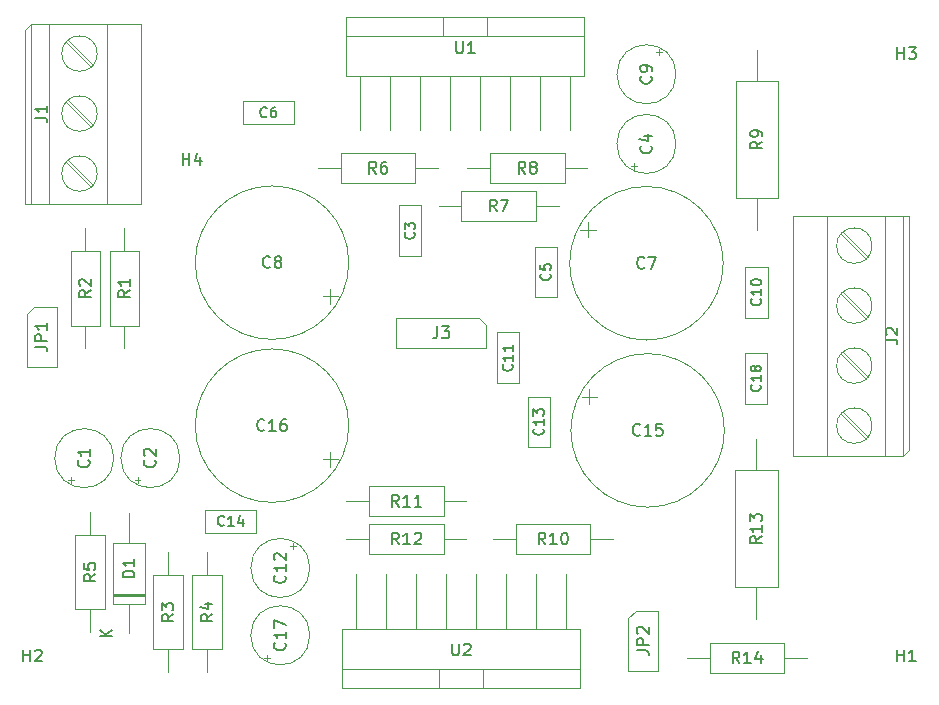
<source format=gbr>
%TF.GenerationSoftware,KiCad,Pcbnew,7.0.10-7.0.10~ubuntu22.04.1*%
%TF.CreationDate,2024-02-04T21:18:26-05:00*%
%TF.ProjectId,TDA7294,54444137-3239-4342-9e6b-696361645f70,v1.0.0*%
%TF.SameCoordinates,PX6146580PY3dfd240*%
%TF.FileFunction,AssemblyDrawing,Top*%
%FSLAX46Y46*%
G04 Gerber Fmt 4.6, Leading zero omitted, Abs format (unit mm)*
G04 Created by KiCad (PCBNEW 7.0.10-7.0.10~ubuntu22.04.1) date 2024-02-04 21:18:26*
%MOMM*%
%LPD*%
G01*
G04 APERTURE LIST*
%ADD10C,0.150000*%
%ADD11C,0.129000*%
%ADD12C,0.100000*%
G04 APERTURE END LIST*
D10*
X13259580Y-42916666D02*
X13307200Y-42964285D01*
X13307200Y-42964285D02*
X13354819Y-43107142D01*
X13354819Y-43107142D02*
X13354819Y-43202380D01*
X13354819Y-43202380D02*
X13307200Y-43345237D01*
X13307200Y-43345237D02*
X13211961Y-43440475D01*
X13211961Y-43440475D02*
X13116723Y-43488094D01*
X13116723Y-43488094D02*
X12926247Y-43535713D01*
X12926247Y-43535713D02*
X12783390Y-43535713D01*
X12783390Y-43535713D02*
X12592914Y-43488094D01*
X12592914Y-43488094D02*
X12497676Y-43440475D01*
X12497676Y-43440475D02*
X12402438Y-43345237D01*
X12402438Y-43345237D02*
X12354819Y-43202380D01*
X12354819Y-43202380D02*
X12354819Y-43107142D01*
X12354819Y-43107142D02*
X12402438Y-42964285D01*
X12402438Y-42964285D02*
X12450057Y-42916666D01*
X13354819Y-41964285D02*
X13354819Y-42535713D01*
X13354819Y-42249999D02*
X12354819Y-42249999D01*
X12354819Y-42249999D02*
X12497676Y-42345237D01*
X12497676Y-42345237D02*
X12592914Y-42440475D01*
X12592914Y-42440475D02*
X12640533Y-42535713D01*
X18859580Y-42916666D02*
X18907200Y-42964285D01*
X18907200Y-42964285D02*
X18954819Y-43107142D01*
X18954819Y-43107142D02*
X18954819Y-43202380D01*
X18954819Y-43202380D02*
X18907200Y-43345237D01*
X18907200Y-43345237D02*
X18811961Y-43440475D01*
X18811961Y-43440475D02*
X18716723Y-43488094D01*
X18716723Y-43488094D02*
X18526247Y-43535713D01*
X18526247Y-43535713D02*
X18383390Y-43535713D01*
X18383390Y-43535713D02*
X18192914Y-43488094D01*
X18192914Y-43488094D02*
X18097676Y-43440475D01*
X18097676Y-43440475D02*
X18002438Y-43345237D01*
X18002438Y-43345237D02*
X17954819Y-43202380D01*
X17954819Y-43202380D02*
X17954819Y-43107142D01*
X17954819Y-43107142D02*
X18002438Y-42964285D01*
X18002438Y-42964285D02*
X18050057Y-42916666D01*
X18050057Y-42535713D02*
X18002438Y-42488094D01*
X18002438Y-42488094D02*
X17954819Y-42392856D01*
X17954819Y-42392856D02*
X17954819Y-42154761D01*
X17954819Y-42154761D02*
X18002438Y-42059523D01*
X18002438Y-42059523D02*
X18050057Y-42011904D01*
X18050057Y-42011904D02*
X18145295Y-41964285D01*
X18145295Y-41964285D02*
X18240533Y-41964285D01*
X18240533Y-41964285D02*
X18383390Y-42011904D01*
X18383390Y-42011904D02*
X18954819Y-42583332D01*
X18954819Y-42583332D02*
X18954819Y-41964285D01*
D11*
X40809240Y-23643333D02*
X40850193Y-23684285D01*
X40850193Y-23684285D02*
X40891145Y-23807143D01*
X40891145Y-23807143D02*
X40891145Y-23889047D01*
X40891145Y-23889047D02*
X40850193Y-24011904D01*
X40850193Y-24011904D02*
X40768288Y-24093809D01*
X40768288Y-24093809D02*
X40686383Y-24134762D01*
X40686383Y-24134762D02*
X40522573Y-24175714D01*
X40522573Y-24175714D02*
X40399716Y-24175714D01*
X40399716Y-24175714D02*
X40235907Y-24134762D01*
X40235907Y-24134762D02*
X40154002Y-24093809D01*
X40154002Y-24093809D02*
X40072097Y-24011904D01*
X40072097Y-24011904D02*
X40031145Y-23889047D01*
X40031145Y-23889047D02*
X40031145Y-23807143D01*
X40031145Y-23807143D02*
X40072097Y-23684285D01*
X40072097Y-23684285D02*
X40113050Y-23643333D01*
X40031145Y-23356666D02*
X40031145Y-22824285D01*
X40031145Y-22824285D02*
X40358764Y-23110952D01*
X40358764Y-23110952D02*
X40358764Y-22988095D01*
X40358764Y-22988095D02*
X40399716Y-22906190D01*
X40399716Y-22906190D02*
X40440669Y-22865238D01*
X40440669Y-22865238D02*
X40522573Y-22824285D01*
X40522573Y-22824285D02*
X40727335Y-22824285D01*
X40727335Y-22824285D02*
X40809240Y-22865238D01*
X40809240Y-22865238D02*
X40850193Y-22906190D01*
X40850193Y-22906190D02*
X40891145Y-22988095D01*
X40891145Y-22988095D02*
X40891145Y-23233809D01*
X40891145Y-23233809D02*
X40850193Y-23315714D01*
X40850193Y-23315714D02*
X40809240Y-23356666D01*
D10*
X60859580Y-16316666D02*
X60907200Y-16364285D01*
X60907200Y-16364285D02*
X60954819Y-16507142D01*
X60954819Y-16507142D02*
X60954819Y-16602380D01*
X60954819Y-16602380D02*
X60907200Y-16745237D01*
X60907200Y-16745237D02*
X60811961Y-16840475D01*
X60811961Y-16840475D02*
X60716723Y-16888094D01*
X60716723Y-16888094D02*
X60526247Y-16935713D01*
X60526247Y-16935713D02*
X60383390Y-16935713D01*
X60383390Y-16935713D02*
X60192914Y-16888094D01*
X60192914Y-16888094D02*
X60097676Y-16840475D01*
X60097676Y-16840475D02*
X60002438Y-16745237D01*
X60002438Y-16745237D02*
X59954819Y-16602380D01*
X59954819Y-16602380D02*
X59954819Y-16507142D01*
X59954819Y-16507142D02*
X60002438Y-16364285D01*
X60002438Y-16364285D02*
X60050057Y-16316666D01*
X60288152Y-15459523D02*
X60954819Y-15459523D01*
X59907200Y-15697618D02*
X60621485Y-15935713D01*
X60621485Y-15935713D02*
X60621485Y-15316666D01*
D11*
X52309240Y-27143333D02*
X52350193Y-27184285D01*
X52350193Y-27184285D02*
X52391145Y-27307143D01*
X52391145Y-27307143D02*
X52391145Y-27389047D01*
X52391145Y-27389047D02*
X52350193Y-27511904D01*
X52350193Y-27511904D02*
X52268288Y-27593809D01*
X52268288Y-27593809D02*
X52186383Y-27634762D01*
X52186383Y-27634762D02*
X52022573Y-27675714D01*
X52022573Y-27675714D02*
X51899716Y-27675714D01*
X51899716Y-27675714D02*
X51735907Y-27634762D01*
X51735907Y-27634762D02*
X51654002Y-27593809D01*
X51654002Y-27593809D02*
X51572097Y-27511904D01*
X51572097Y-27511904D02*
X51531145Y-27389047D01*
X51531145Y-27389047D02*
X51531145Y-27307143D01*
X51531145Y-27307143D02*
X51572097Y-27184285D01*
X51572097Y-27184285D02*
X51613050Y-27143333D01*
X51531145Y-26365238D02*
X51531145Y-26774762D01*
X51531145Y-26774762D02*
X51940669Y-26815714D01*
X51940669Y-26815714D02*
X51899716Y-26774762D01*
X51899716Y-26774762D02*
X51858764Y-26692857D01*
X51858764Y-26692857D02*
X51858764Y-26488095D01*
X51858764Y-26488095D02*
X51899716Y-26406190D01*
X51899716Y-26406190D02*
X51940669Y-26365238D01*
X51940669Y-26365238D02*
X52022573Y-26324285D01*
X52022573Y-26324285D02*
X52227335Y-26324285D01*
X52227335Y-26324285D02*
X52309240Y-26365238D01*
X52309240Y-26365238D02*
X52350193Y-26406190D01*
X52350193Y-26406190D02*
X52391145Y-26488095D01*
X52391145Y-26488095D02*
X52391145Y-26692857D01*
X52391145Y-26692857D02*
X52350193Y-26774762D01*
X52350193Y-26774762D02*
X52309240Y-26815714D01*
X28356666Y-13809240D02*
X28315714Y-13850193D01*
X28315714Y-13850193D02*
X28192856Y-13891145D01*
X28192856Y-13891145D02*
X28110952Y-13891145D01*
X28110952Y-13891145D02*
X27988095Y-13850193D01*
X27988095Y-13850193D02*
X27906190Y-13768288D01*
X27906190Y-13768288D02*
X27865237Y-13686383D01*
X27865237Y-13686383D02*
X27824285Y-13522573D01*
X27824285Y-13522573D02*
X27824285Y-13399716D01*
X27824285Y-13399716D02*
X27865237Y-13235907D01*
X27865237Y-13235907D02*
X27906190Y-13154002D01*
X27906190Y-13154002D02*
X27988095Y-13072097D01*
X27988095Y-13072097D02*
X28110952Y-13031145D01*
X28110952Y-13031145D02*
X28192856Y-13031145D01*
X28192856Y-13031145D02*
X28315714Y-13072097D01*
X28315714Y-13072097D02*
X28356666Y-13113050D01*
X29093809Y-13031145D02*
X28929999Y-13031145D01*
X28929999Y-13031145D02*
X28848095Y-13072097D01*
X28848095Y-13072097D02*
X28807142Y-13113050D01*
X28807142Y-13113050D02*
X28725237Y-13235907D01*
X28725237Y-13235907D02*
X28684285Y-13399716D01*
X28684285Y-13399716D02*
X28684285Y-13727335D01*
X28684285Y-13727335D02*
X28725237Y-13809240D01*
X28725237Y-13809240D02*
X28766190Y-13850193D01*
X28766190Y-13850193D02*
X28848095Y-13891145D01*
X28848095Y-13891145D02*
X29011904Y-13891145D01*
X29011904Y-13891145D02*
X29093809Y-13850193D01*
X29093809Y-13850193D02*
X29134761Y-13809240D01*
X29134761Y-13809240D02*
X29175714Y-13727335D01*
X29175714Y-13727335D02*
X29175714Y-13522573D01*
X29175714Y-13522573D02*
X29134761Y-13440669D01*
X29134761Y-13440669D02*
X29093809Y-13399716D01*
X29093809Y-13399716D02*
X29011904Y-13358764D01*
X29011904Y-13358764D02*
X28848095Y-13358764D01*
X28848095Y-13358764D02*
X28766190Y-13399716D01*
X28766190Y-13399716D02*
X28725237Y-13440669D01*
X28725237Y-13440669D02*
X28684285Y-13522573D01*
D10*
X60333333Y-26609580D02*
X60285714Y-26657200D01*
X60285714Y-26657200D02*
X60142857Y-26704819D01*
X60142857Y-26704819D02*
X60047619Y-26704819D01*
X60047619Y-26704819D02*
X59904762Y-26657200D01*
X59904762Y-26657200D02*
X59809524Y-26561961D01*
X59809524Y-26561961D02*
X59761905Y-26466723D01*
X59761905Y-26466723D02*
X59714286Y-26276247D01*
X59714286Y-26276247D02*
X59714286Y-26133390D01*
X59714286Y-26133390D02*
X59761905Y-25942914D01*
X59761905Y-25942914D02*
X59809524Y-25847676D01*
X59809524Y-25847676D02*
X59904762Y-25752438D01*
X59904762Y-25752438D02*
X60047619Y-25704819D01*
X60047619Y-25704819D02*
X60142857Y-25704819D01*
X60142857Y-25704819D02*
X60285714Y-25752438D01*
X60285714Y-25752438D02*
X60333333Y-25800057D01*
X60666667Y-25704819D02*
X61333333Y-25704819D01*
X61333333Y-25704819D02*
X60904762Y-26704819D01*
X28633333Y-26559580D02*
X28585714Y-26607200D01*
X28585714Y-26607200D02*
X28442857Y-26654819D01*
X28442857Y-26654819D02*
X28347619Y-26654819D01*
X28347619Y-26654819D02*
X28204762Y-26607200D01*
X28204762Y-26607200D02*
X28109524Y-26511961D01*
X28109524Y-26511961D02*
X28061905Y-26416723D01*
X28061905Y-26416723D02*
X28014286Y-26226247D01*
X28014286Y-26226247D02*
X28014286Y-26083390D01*
X28014286Y-26083390D02*
X28061905Y-25892914D01*
X28061905Y-25892914D02*
X28109524Y-25797676D01*
X28109524Y-25797676D02*
X28204762Y-25702438D01*
X28204762Y-25702438D02*
X28347619Y-25654819D01*
X28347619Y-25654819D02*
X28442857Y-25654819D01*
X28442857Y-25654819D02*
X28585714Y-25702438D01*
X28585714Y-25702438D02*
X28633333Y-25750057D01*
X29204762Y-26083390D02*
X29109524Y-26035771D01*
X29109524Y-26035771D02*
X29061905Y-25988152D01*
X29061905Y-25988152D02*
X29014286Y-25892914D01*
X29014286Y-25892914D02*
X29014286Y-25845295D01*
X29014286Y-25845295D02*
X29061905Y-25750057D01*
X29061905Y-25750057D02*
X29109524Y-25702438D01*
X29109524Y-25702438D02*
X29204762Y-25654819D01*
X29204762Y-25654819D02*
X29395238Y-25654819D01*
X29395238Y-25654819D02*
X29490476Y-25702438D01*
X29490476Y-25702438D02*
X29538095Y-25750057D01*
X29538095Y-25750057D02*
X29585714Y-25845295D01*
X29585714Y-25845295D02*
X29585714Y-25892914D01*
X29585714Y-25892914D02*
X29538095Y-25988152D01*
X29538095Y-25988152D02*
X29490476Y-26035771D01*
X29490476Y-26035771D02*
X29395238Y-26083390D01*
X29395238Y-26083390D02*
X29204762Y-26083390D01*
X29204762Y-26083390D02*
X29109524Y-26131009D01*
X29109524Y-26131009D02*
X29061905Y-26178628D01*
X29061905Y-26178628D02*
X29014286Y-26273866D01*
X29014286Y-26273866D02*
X29014286Y-26464342D01*
X29014286Y-26464342D02*
X29061905Y-26559580D01*
X29061905Y-26559580D02*
X29109524Y-26607200D01*
X29109524Y-26607200D02*
X29204762Y-26654819D01*
X29204762Y-26654819D02*
X29395238Y-26654819D01*
X29395238Y-26654819D02*
X29490476Y-26607200D01*
X29490476Y-26607200D02*
X29538095Y-26559580D01*
X29538095Y-26559580D02*
X29585714Y-26464342D01*
X29585714Y-26464342D02*
X29585714Y-26273866D01*
X29585714Y-26273866D02*
X29538095Y-26178628D01*
X29538095Y-26178628D02*
X29490476Y-26131009D01*
X29490476Y-26131009D02*
X29395238Y-26083390D01*
X60859580Y-10416666D02*
X60907200Y-10464285D01*
X60907200Y-10464285D02*
X60954819Y-10607142D01*
X60954819Y-10607142D02*
X60954819Y-10702380D01*
X60954819Y-10702380D02*
X60907200Y-10845237D01*
X60907200Y-10845237D02*
X60811961Y-10940475D01*
X60811961Y-10940475D02*
X60716723Y-10988094D01*
X60716723Y-10988094D02*
X60526247Y-11035713D01*
X60526247Y-11035713D02*
X60383390Y-11035713D01*
X60383390Y-11035713D02*
X60192914Y-10988094D01*
X60192914Y-10988094D02*
X60097676Y-10940475D01*
X60097676Y-10940475D02*
X60002438Y-10845237D01*
X60002438Y-10845237D02*
X59954819Y-10702380D01*
X59954819Y-10702380D02*
X59954819Y-10607142D01*
X59954819Y-10607142D02*
X60002438Y-10464285D01*
X60002438Y-10464285D02*
X60050057Y-10416666D01*
X60954819Y-9940475D02*
X60954819Y-9749999D01*
X60954819Y-9749999D02*
X60907200Y-9654761D01*
X60907200Y-9654761D02*
X60859580Y-9607142D01*
X60859580Y-9607142D02*
X60716723Y-9511904D01*
X60716723Y-9511904D02*
X60526247Y-9464285D01*
X60526247Y-9464285D02*
X60145295Y-9464285D01*
X60145295Y-9464285D02*
X60050057Y-9511904D01*
X60050057Y-9511904D02*
X60002438Y-9559523D01*
X60002438Y-9559523D02*
X59954819Y-9654761D01*
X59954819Y-9654761D02*
X59954819Y-9845237D01*
X59954819Y-9845237D02*
X60002438Y-9940475D01*
X60002438Y-9940475D02*
X60050057Y-9988094D01*
X60050057Y-9988094D02*
X60145295Y-10035713D01*
X60145295Y-10035713D02*
X60383390Y-10035713D01*
X60383390Y-10035713D02*
X60478628Y-9988094D01*
X60478628Y-9988094D02*
X60526247Y-9940475D01*
X60526247Y-9940475D02*
X60573866Y-9845237D01*
X60573866Y-9845237D02*
X60573866Y-9654761D01*
X60573866Y-9654761D02*
X60526247Y-9559523D01*
X60526247Y-9559523D02*
X60478628Y-9511904D01*
X60478628Y-9511904D02*
X60383390Y-9464285D01*
D11*
X70119240Y-29252857D02*
X70160193Y-29293809D01*
X70160193Y-29293809D02*
X70201145Y-29416667D01*
X70201145Y-29416667D02*
X70201145Y-29498571D01*
X70201145Y-29498571D02*
X70160193Y-29621428D01*
X70160193Y-29621428D02*
X70078288Y-29703333D01*
X70078288Y-29703333D02*
X69996383Y-29744286D01*
X69996383Y-29744286D02*
X69832573Y-29785238D01*
X69832573Y-29785238D02*
X69709716Y-29785238D01*
X69709716Y-29785238D02*
X69545907Y-29744286D01*
X69545907Y-29744286D02*
X69464002Y-29703333D01*
X69464002Y-29703333D02*
X69382097Y-29621428D01*
X69382097Y-29621428D02*
X69341145Y-29498571D01*
X69341145Y-29498571D02*
X69341145Y-29416667D01*
X69341145Y-29416667D02*
X69382097Y-29293809D01*
X69382097Y-29293809D02*
X69423050Y-29252857D01*
X70201145Y-28433809D02*
X70201145Y-28925238D01*
X70201145Y-28679524D02*
X69341145Y-28679524D01*
X69341145Y-28679524D02*
X69464002Y-28761428D01*
X69464002Y-28761428D02*
X69545907Y-28843333D01*
X69545907Y-28843333D02*
X69586859Y-28925238D01*
X69341145Y-27901428D02*
X69341145Y-27819523D01*
X69341145Y-27819523D02*
X69382097Y-27737619D01*
X69382097Y-27737619D02*
X69423050Y-27696666D01*
X69423050Y-27696666D02*
X69504954Y-27655714D01*
X69504954Y-27655714D02*
X69668764Y-27614761D01*
X69668764Y-27614761D02*
X69873526Y-27614761D01*
X69873526Y-27614761D02*
X70037335Y-27655714D01*
X70037335Y-27655714D02*
X70119240Y-27696666D01*
X70119240Y-27696666D02*
X70160193Y-27737619D01*
X70160193Y-27737619D02*
X70201145Y-27819523D01*
X70201145Y-27819523D02*
X70201145Y-27901428D01*
X70201145Y-27901428D02*
X70160193Y-27983333D01*
X70160193Y-27983333D02*
X70119240Y-28024285D01*
X70119240Y-28024285D02*
X70037335Y-28065238D01*
X70037335Y-28065238D02*
X69873526Y-28106190D01*
X69873526Y-28106190D02*
X69668764Y-28106190D01*
X69668764Y-28106190D02*
X69504954Y-28065238D01*
X69504954Y-28065238D02*
X69423050Y-28024285D01*
X69423050Y-28024285D02*
X69382097Y-27983333D01*
X69382097Y-27983333D02*
X69341145Y-27901428D01*
X49099240Y-34812857D02*
X49140193Y-34853809D01*
X49140193Y-34853809D02*
X49181145Y-34976667D01*
X49181145Y-34976667D02*
X49181145Y-35058571D01*
X49181145Y-35058571D02*
X49140193Y-35181428D01*
X49140193Y-35181428D02*
X49058288Y-35263333D01*
X49058288Y-35263333D02*
X48976383Y-35304286D01*
X48976383Y-35304286D02*
X48812573Y-35345238D01*
X48812573Y-35345238D02*
X48689716Y-35345238D01*
X48689716Y-35345238D02*
X48525907Y-35304286D01*
X48525907Y-35304286D02*
X48444002Y-35263333D01*
X48444002Y-35263333D02*
X48362097Y-35181428D01*
X48362097Y-35181428D02*
X48321145Y-35058571D01*
X48321145Y-35058571D02*
X48321145Y-34976667D01*
X48321145Y-34976667D02*
X48362097Y-34853809D01*
X48362097Y-34853809D02*
X48403050Y-34812857D01*
X49181145Y-33993809D02*
X49181145Y-34485238D01*
X49181145Y-34239524D02*
X48321145Y-34239524D01*
X48321145Y-34239524D02*
X48444002Y-34321428D01*
X48444002Y-34321428D02*
X48525907Y-34403333D01*
X48525907Y-34403333D02*
X48566859Y-34485238D01*
X49181145Y-33174761D02*
X49181145Y-33666190D01*
X49181145Y-33420476D02*
X48321145Y-33420476D01*
X48321145Y-33420476D02*
X48444002Y-33502380D01*
X48444002Y-33502380D02*
X48525907Y-33584285D01*
X48525907Y-33584285D02*
X48566859Y-33666190D01*
D10*
X29859580Y-52692857D02*
X29907200Y-52740476D01*
X29907200Y-52740476D02*
X29954819Y-52883333D01*
X29954819Y-52883333D02*
X29954819Y-52978571D01*
X29954819Y-52978571D02*
X29907200Y-53121428D01*
X29907200Y-53121428D02*
X29811961Y-53216666D01*
X29811961Y-53216666D02*
X29716723Y-53264285D01*
X29716723Y-53264285D02*
X29526247Y-53311904D01*
X29526247Y-53311904D02*
X29383390Y-53311904D01*
X29383390Y-53311904D02*
X29192914Y-53264285D01*
X29192914Y-53264285D02*
X29097676Y-53216666D01*
X29097676Y-53216666D02*
X29002438Y-53121428D01*
X29002438Y-53121428D02*
X28954819Y-52978571D01*
X28954819Y-52978571D02*
X28954819Y-52883333D01*
X28954819Y-52883333D02*
X29002438Y-52740476D01*
X29002438Y-52740476D02*
X29050057Y-52692857D01*
X29954819Y-51740476D02*
X29954819Y-52311904D01*
X29954819Y-52026190D02*
X28954819Y-52026190D01*
X28954819Y-52026190D02*
X29097676Y-52121428D01*
X29097676Y-52121428D02*
X29192914Y-52216666D01*
X29192914Y-52216666D02*
X29240533Y-52311904D01*
X29050057Y-51359523D02*
X29002438Y-51311904D01*
X29002438Y-51311904D02*
X28954819Y-51216666D01*
X28954819Y-51216666D02*
X28954819Y-50978571D01*
X28954819Y-50978571D02*
X29002438Y-50883333D01*
X29002438Y-50883333D02*
X29050057Y-50835714D01*
X29050057Y-50835714D02*
X29145295Y-50788095D01*
X29145295Y-50788095D02*
X29240533Y-50788095D01*
X29240533Y-50788095D02*
X29383390Y-50835714D01*
X29383390Y-50835714D02*
X29954819Y-51407142D01*
X29954819Y-51407142D02*
X29954819Y-50788095D01*
D11*
X51709240Y-40252857D02*
X51750193Y-40293809D01*
X51750193Y-40293809D02*
X51791145Y-40416667D01*
X51791145Y-40416667D02*
X51791145Y-40498571D01*
X51791145Y-40498571D02*
X51750193Y-40621428D01*
X51750193Y-40621428D02*
X51668288Y-40703333D01*
X51668288Y-40703333D02*
X51586383Y-40744286D01*
X51586383Y-40744286D02*
X51422573Y-40785238D01*
X51422573Y-40785238D02*
X51299716Y-40785238D01*
X51299716Y-40785238D02*
X51135907Y-40744286D01*
X51135907Y-40744286D02*
X51054002Y-40703333D01*
X51054002Y-40703333D02*
X50972097Y-40621428D01*
X50972097Y-40621428D02*
X50931145Y-40498571D01*
X50931145Y-40498571D02*
X50931145Y-40416667D01*
X50931145Y-40416667D02*
X50972097Y-40293809D01*
X50972097Y-40293809D02*
X51013050Y-40252857D01*
X51791145Y-39433809D02*
X51791145Y-39925238D01*
X51791145Y-39679524D02*
X50931145Y-39679524D01*
X50931145Y-39679524D02*
X51054002Y-39761428D01*
X51054002Y-39761428D02*
X51135907Y-39843333D01*
X51135907Y-39843333D02*
X51176859Y-39925238D01*
X50931145Y-39147142D02*
X50931145Y-38614761D01*
X50931145Y-38614761D02*
X51258764Y-38901428D01*
X51258764Y-38901428D02*
X51258764Y-38778571D01*
X51258764Y-38778571D02*
X51299716Y-38696666D01*
X51299716Y-38696666D02*
X51340669Y-38655714D01*
X51340669Y-38655714D02*
X51422573Y-38614761D01*
X51422573Y-38614761D02*
X51627335Y-38614761D01*
X51627335Y-38614761D02*
X51709240Y-38655714D01*
X51709240Y-38655714D02*
X51750193Y-38696666D01*
X51750193Y-38696666D02*
X51791145Y-38778571D01*
X51791145Y-38778571D02*
X51791145Y-39024285D01*
X51791145Y-39024285D02*
X51750193Y-39106190D01*
X51750193Y-39106190D02*
X51709240Y-39147142D01*
X24747142Y-48409240D02*
X24706190Y-48450193D01*
X24706190Y-48450193D02*
X24583332Y-48491145D01*
X24583332Y-48491145D02*
X24501428Y-48491145D01*
X24501428Y-48491145D02*
X24378571Y-48450193D01*
X24378571Y-48450193D02*
X24296666Y-48368288D01*
X24296666Y-48368288D02*
X24255713Y-48286383D01*
X24255713Y-48286383D02*
X24214761Y-48122573D01*
X24214761Y-48122573D02*
X24214761Y-47999716D01*
X24214761Y-47999716D02*
X24255713Y-47835907D01*
X24255713Y-47835907D02*
X24296666Y-47754002D01*
X24296666Y-47754002D02*
X24378571Y-47672097D01*
X24378571Y-47672097D02*
X24501428Y-47631145D01*
X24501428Y-47631145D02*
X24583332Y-47631145D01*
X24583332Y-47631145D02*
X24706190Y-47672097D01*
X24706190Y-47672097D02*
X24747142Y-47713050D01*
X25566190Y-48491145D02*
X25074761Y-48491145D01*
X25320475Y-48491145D02*
X25320475Y-47631145D01*
X25320475Y-47631145D02*
X25238571Y-47754002D01*
X25238571Y-47754002D02*
X25156666Y-47835907D01*
X25156666Y-47835907D02*
X25074761Y-47876859D01*
X26303333Y-47917812D02*
X26303333Y-48491145D01*
X26098571Y-47590193D02*
X25893809Y-48204478D01*
X25893809Y-48204478D02*
X26426190Y-48204478D01*
D10*
X59957142Y-40759580D02*
X59909523Y-40807200D01*
X59909523Y-40807200D02*
X59766666Y-40854819D01*
X59766666Y-40854819D02*
X59671428Y-40854819D01*
X59671428Y-40854819D02*
X59528571Y-40807200D01*
X59528571Y-40807200D02*
X59433333Y-40711961D01*
X59433333Y-40711961D02*
X59385714Y-40616723D01*
X59385714Y-40616723D02*
X59338095Y-40426247D01*
X59338095Y-40426247D02*
X59338095Y-40283390D01*
X59338095Y-40283390D02*
X59385714Y-40092914D01*
X59385714Y-40092914D02*
X59433333Y-39997676D01*
X59433333Y-39997676D02*
X59528571Y-39902438D01*
X59528571Y-39902438D02*
X59671428Y-39854819D01*
X59671428Y-39854819D02*
X59766666Y-39854819D01*
X59766666Y-39854819D02*
X59909523Y-39902438D01*
X59909523Y-39902438D02*
X59957142Y-39950057D01*
X60909523Y-40854819D02*
X60338095Y-40854819D01*
X60623809Y-40854819D02*
X60623809Y-39854819D01*
X60623809Y-39854819D02*
X60528571Y-39997676D01*
X60528571Y-39997676D02*
X60433333Y-40092914D01*
X60433333Y-40092914D02*
X60338095Y-40140533D01*
X61814285Y-39854819D02*
X61338095Y-39854819D01*
X61338095Y-39854819D02*
X61290476Y-40331009D01*
X61290476Y-40331009D02*
X61338095Y-40283390D01*
X61338095Y-40283390D02*
X61433333Y-40235771D01*
X61433333Y-40235771D02*
X61671428Y-40235771D01*
X61671428Y-40235771D02*
X61766666Y-40283390D01*
X61766666Y-40283390D02*
X61814285Y-40331009D01*
X61814285Y-40331009D02*
X61861904Y-40426247D01*
X61861904Y-40426247D02*
X61861904Y-40664342D01*
X61861904Y-40664342D02*
X61814285Y-40759580D01*
X61814285Y-40759580D02*
X61766666Y-40807200D01*
X61766666Y-40807200D02*
X61671428Y-40854819D01*
X61671428Y-40854819D02*
X61433333Y-40854819D01*
X61433333Y-40854819D02*
X61338095Y-40807200D01*
X61338095Y-40807200D02*
X61290476Y-40759580D01*
X28157142Y-40359580D02*
X28109523Y-40407200D01*
X28109523Y-40407200D02*
X27966666Y-40454819D01*
X27966666Y-40454819D02*
X27871428Y-40454819D01*
X27871428Y-40454819D02*
X27728571Y-40407200D01*
X27728571Y-40407200D02*
X27633333Y-40311961D01*
X27633333Y-40311961D02*
X27585714Y-40216723D01*
X27585714Y-40216723D02*
X27538095Y-40026247D01*
X27538095Y-40026247D02*
X27538095Y-39883390D01*
X27538095Y-39883390D02*
X27585714Y-39692914D01*
X27585714Y-39692914D02*
X27633333Y-39597676D01*
X27633333Y-39597676D02*
X27728571Y-39502438D01*
X27728571Y-39502438D02*
X27871428Y-39454819D01*
X27871428Y-39454819D02*
X27966666Y-39454819D01*
X27966666Y-39454819D02*
X28109523Y-39502438D01*
X28109523Y-39502438D02*
X28157142Y-39550057D01*
X29109523Y-40454819D02*
X28538095Y-40454819D01*
X28823809Y-40454819D02*
X28823809Y-39454819D01*
X28823809Y-39454819D02*
X28728571Y-39597676D01*
X28728571Y-39597676D02*
X28633333Y-39692914D01*
X28633333Y-39692914D02*
X28538095Y-39740533D01*
X29966666Y-39454819D02*
X29776190Y-39454819D01*
X29776190Y-39454819D02*
X29680952Y-39502438D01*
X29680952Y-39502438D02*
X29633333Y-39550057D01*
X29633333Y-39550057D02*
X29538095Y-39692914D01*
X29538095Y-39692914D02*
X29490476Y-39883390D01*
X29490476Y-39883390D02*
X29490476Y-40264342D01*
X29490476Y-40264342D02*
X29538095Y-40359580D01*
X29538095Y-40359580D02*
X29585714Y-40407200D01*
X29585714Y-40407200D02*
X29680952Y-40454819D01*
X29680952Y-40454819D02*
X29871428Y-40454819D01*
X29871428Y-40454819D02*
X29966666Y-40407200D01*
X29966666Y-40407200D02*
X30014285Y-40359580D01*
X30014285Y-40359580D02*
X30061904Y-40264342D01*
X30061904Y-40264342D02*
X30061904Y-40026247D01*
X30061904Y-40026247D02*
X30014285Y-39931009D01*
X30014285Y-39931009D02*
X29966666Y-39883390D01*
X29966666Y-39883390D02*
X29871428Y-39835771D01*
X29871428Y-39835771D02*
X29680952Y-39835771D01*
X29680952Y-39835771D02*
X29585714Y-39883390D01*
X29585714Y-39883390D02*
X29538095Y-39931009D01*
X29538095Y-39931009D02*
X29490476Y-40026247D01*
X29859580Y-58392857D02*
X29907200Y-58440476D01*
X29907200Y-58440476D02*
X29954819Y-58583333D01*
X29954819Y-58583333D02*
X29954819Y-58678571D01*
X29954819Y-58678571D02*
X29907200Y-58821428D01*
X29907200Y-58821428D02*
X29811961Y-58916666D01*
X29811961Y-58916666D02*
X29716723Y-58964285D01*
X29716723Y-58964285D02*
X29526247Y-59011904D01*
X29526247Y-59011904D02*
X29383390Y-59011904D01*
X29383390Y-59011904D02*
X29192914Y-58964285D01*
X29192914Y-58964285D02*
X29097676Y-58916666D01*
X29097676Y-58916666D02*
X29002438Y-58821428D01*
X29002438Y-58821428D02*
X28954819Y-58678571D01*
X28954819Y-58678571D02*
X28954819Y-58583333D01*
X28954819Y-58583333D02*
X29002438Y-58440476D01*
X29002438Y-58440476D02*
X29050057Y-58392857D01*
X29954819Y-57440476D02*
X29954819Y-58011904D01*
X29954819Y-57726190D02*
X28954819Y-57726190D01*
X28954819Y-57726190D02*
X29097676Y-57821428D01*
X29097676Y-57821428D02*
X29192914Y-57916666D01*
X29192914Y-57916666D02*
X29240533Y-58011904D01*
X28954819Y-57107142D02*
X28954819Y-56440476D01*
X28954819Y-56440476D02*
X29954819Y-56869047D01*
D11*
X70109240Y-36552857D02*
X70150193Y-36593809D01*
X70150193Y-36593809D02*
X70191145Y-36716667D01*
X70191145Y-36716667D02*
X70191145Y-36798571D01*
X70191145Y-36798571D02*
X70150193Y-36921428D01*
X70150193Y-36921428D02*
X70068288Y-37003333D01*
X70068288Y-37003333D02*
X69986383Y-37044286D01*
X69986383Y-37044286D02*
X69822573Y-37085238D01*
X69822573Y-37085238D02*
X69699716Y-37085238D01*
X69699716Y-37085238D02*
X69535907Y-37044286D01*
X69535907Y-37044286D02*
X69454002Y-37003333D01*
X69454002Y-37003333D02*
X69372097Y-36921428D01*
X69372097Y-36921428D02*
X69331145Y-36798571D01*
X69331145Y-36798571D02*
X69331145Y-36716667D01*
X69331145Y-36716667D02*
X69372097Y-36593809D01*
X69372097Y-36593809D02*
X69413050Y-36552857D01*
X70191145Y-35733809D02*
X70191145Y-36225238D01*
X70191145Y-35979524D02*
X69331145Y-35979524D01*
X69331145Y-35979524D02*
X69454002Y-36061428D01*
X69454002Y-36061428D02*
X69535907Y-36143333D01*
X69535907Y-36143333D02*
X69576859Y-36225238D01*
X69699716Y-35242380D02*
X69658764Y-35324285D01*
X69658764Y-35324285D02*
X69617812Y-35365238D01*
X69617812Y-35365238D02*
X69535907Y-35406190D01*
X69535907Y-35406190D02*
X69494954Y-35406190D01*
X69494954Y-35406190D02*
X69413050Y-35365238D01*
X69413050Y-35365238D02*
X69372097Y-35324285D01*
X69372097Y-35324285D02*
X69331145Y-35242380D01*
X69331145Y-35242380D02*
X69331145Y-35078571D01*
X69331145Y-35078571D02*
X69372097Y-34996666D01*
X69372097Y-34996666D02*
X69413050Y-34955714D01*
X69413050Y-34955714D02*
X69494954Y-34914761D01*
X69494954Y-34914761D02*
X69535907Y-34914761D01*
X69535907Y-34914761D02*
X69617812Y-34955714D01*
X69617812Y-34955714D02*
X69658764Y-34996666D01*
X69658764Y-34996666D02*
X69699716Y-35078571D01*
X69699716Y-35078571D02*
X69699716Y-35242380D01*
X69699716Y-35242380D02*
X69740669Y-35324285D01*
X69740669Y-35324285D02*
X69781621Y-35365238D01*
X69781621Y-35365238D02*
X69863526Y-35406190D01*
X69863526Y-35406190D02*
X70027335Y-35406190D01*
X70027335Y-35406190D02*
X70109240Y-35365238D01*
X70109240Y-35365238D02*
X70150193Y-35324285D01*
X70150193Y-35324285D02*
X70191145Y-35242380D01*
X70191145Y-35242380D02*
X70191145Y-35078571D01*
X70191145Y-35078571D02*
X70150193Y-34996666D01*
X70150193Y-34996666D02*
X70109240Y-34955714D01*
X70109240Y-34955714D02*
X70027335Y-34914761D01*
X70027335Y-34914761D02*
X69863526Y-34914761D01*
X69863526Y-34914761D02*
X69781621Y-34955714D01*
X69781621Y-34955714D02*
X69740669Y-34996666D01*
X69740669Y-34996666D02*
X69699716Y-35078571D01*
D10*
X17154819Y-52848094D02*
X16154819Y-52848094D01*
X16154819Y-52848094D02*
X16154819Y-52609999D01*
X16154819Y-52609999D02*
X16202438Y-52467142D01*
X16202438Y-52467142D02*
X16297676Y-52371904D01*
X16297676Y-52371904D02*
X16392914Y-52324285D01*
X16392914Y-52324285D02*
X16583390Y-52276666D01*
X16583390Y-52276666D02*
X16726247Y-52276666D01*
X16726247Y-52276666D02*
X16916723Y-52324285D01*
X16916723Y-52324285D02*
X17011961Y-52371904D01*
X17011961Y-52371904D02*
X17107200Y-52467142D01*
X17107200Y-52467142D02*
X17154819Y-52609999D01*
X17154819Y-52609999D02*
X17154819Y-52848094D01*
X17154819Y-51324285D02*
X17154819Y-51895713D01*
X17154819Y-51609999D02*
X16154819Y-51609999D01*
X16154819Y-51609999D02*
X16297676Y-51705237D01*
X16297676Y-51705237D02*
X16392914Y-51800475D01*
X16392914Y-51800475D02*
X16440533Y-51895713D01*
X15254819Y-57841904D02*
X14254819Y-57841904D01*
X15254819Y-57270476D02*
X14683390Y-57699047D01*
X14254819Y-57270476D02*
X14826247Y-57841904D01*
X8754819Y-13913333D02*
X9469104Y-13913333D01*
X9469104Y-13913333D02*
X9611961Y-13960952D01*
X9611961Y-13960952D02*
X9707200Y-14056190D01*
X9707200Y-14056190D02*
X9754819Y-14199047D01*
X9754819Y-14199047D02*
X9754819Y-14294285D01*
X9754819Y-12913333D02*
X9754819Y-13484761D01*
X9754819Y-13199047D02*
X8754819Y-13199047D01*
X8754819Y-13199047D02*
X8897676Y-13294285D01*
X8897676Y-13294285D02*
X8992914Y-13389523D01*
X8992914Y-13389523D02*
X9040533Y-13484761D01*
X80754819Y-32713333D02*
X81469104Y-32713333D01*
X81469104Y-32713333D02*
X81611961Y-32760952D01*
X81611961Y-32760952D02*
X81707200Y-32856190D01*
X81707200Y-32856190D02*
X81754819Y-32999047D01*
X81754819Y-32999047D02*
X81754819Y-33094285D01*
X80850057Y-32284761D02*
X80802438Y-32237142D01*
X80802438Y-32237142D02*
X80754819Y-32141904D01*
X80754819Y-32141904D02*
X80754819Y-31903809D01*
X80754819Y-31903809D02*
X80802438Y-31808571D01*
X80802438Y-31808571D02*
X80850057Y-31760952D01*
X80850057Y-31760952D02*
X80945295Y-31713333D01*
X80945295Y-31713333D02*
X81040533Y-31713333D01*
X81040533Y-31713333D02*
X81183390Y-31760952D01*
X81183390Y-31760952D02*
X81754819Y-32332380D01*
X81754819Y-32332380D02*
X81754819Y-31713333D01*
X8754819Y-33303333D02*
X9469104Y-33303333D01*
X9469104Y-33303333D02*
X9611961Y-33350952D01*
X9611961Y-33350952D02*
X9707200Y-33446190D01*
X9707200Y-33446190D02*
X9754819Y-33589047D01*
X9754819Y-33589047D02*
X9754819Y-33684285D01*
X9754819Y-32827142D02*
X8754819Y-32827142D01*
X8754819Y-32827142D02*
X8754819Y-32446190D01*
X8754819Y-32446190D02*
X8802438Y-32350952D01*
X8802438Y-32350952D02*
X8850057Y-32303333D01*
X8850057Y-32303333D02*
X8945295Y-32255714D01*
X8945295Y-32255714D02*
X9088152Y-32255714D01*
X9088152Y-32255714D02*
X9183390Y-32303333D01*
X9183390Y-32303333D02*
X9231009Y-32350952D01*
X9231009Y-32350952D02*
X9278628Y-32446190D01*
X9278628Y-32446190D02*
X9278628Y-32827142D01*
X9754819Y-31303333D02*
X9754819Y-31874761D01*
X9754819Y-31589047D02*
X8754819Y-31589047D01*
X8754819Y-31589047D02*
X8897676Y-31684285D01*
X8897676Y-31684285D02*
X8992914Y-31779523D01*
X8992914Y-31779523D02*
X9040533Y-31874761D01*
X16754819Y-28546666D02*
X16278628Y-28879999D01*
X16754819Y-29118094D02*
X15754819Y-29118094D01*
X15754819Y-29118094D02*
X15754819Y-28737142D01*
X15754819Y-28737142D02*
X15802438Y-28641904D01*
X15802438Y-28641904D02*
X15850057Y-28594285D01*
X15850057Y-28594285D02*
X15945295Y-28546666D01*
X15945295Y-28546666D02*
X16088152Y-28546666D01*
X16088152Y-28546666D02*
X16183390Y-28594285D01*
X16183390Y-28594285D02*
X16231009Y-28641904D01*
X16231009Y-28641904D02*
X16278628Y-28737142D01*
X16278628Y-28737142D02*
X16278628Y-29118094D01*
X16754819Y-27594285D02*
X16754819Y-28165713D01*
X16754819Y-27879999D02*
X15754819Y-27879999D01*
X15754819Y-27879999D02*
X15897676Y-27975237D01*
X15897676Y-27975237D02*
X15992914Y-28070475D01*
X15992914Y-28070475D02*
X16040533Y-28165713D01*
X13454819Y-28546666D02*
X12978628Y-28879999D01*
X13454819Y-29118094D02*
X12454819Y-29118094D01*
X12454819Y-29118094D02*
X12454819Y-28737142D01*
X12454819Y-28737142D02*
X12502438Y-28641904D01*
X12502438Y-28641904D02*
X12550057Y-28594285D01*
X12550057Y-28594285D02*
X12645295Y-28546666D01*
X12645295Y-28546666D02*
X12788152Y-28546666D01*
X12788152Y-28546666D02*
X12883390Y-28594285D01*
X12883390Y-28594285D02*
X12931009Y-28641904D01*
X12931009Y-28641904D02*
X12978628Y-28737142D01*
X12978628Y-28737142D02*
X12978628Y-29118094D01*
X12550057Y-28165713D02*
X12502438Y-28118094D01*
X12502438Y-28118094D02*
X12454819Y-28022856D01*
X12454819Y-28022856D02*
X12454819Y-27784761D01*
X12454819Y-27784761D02*
X12502438Y-27689523D01*
X12502438Y-27689523D02*
X12550057Y-27641904D01*
X12550057Y-27641904D02*
X12645295Y-27594285D01*
X12645295Y-27594285D02*
X12740533Y-27594285D01*
X12740533Y-27594285D02*
X12883390Y-27641904D01*
X12883390Y-27641904D02*
X13454819Y-28213332D01*
X13454819Y-28213332D02*
X13454819Y-27594285D01*
X20454819Y-55966666D02*
X19978628Y-56299999D01*
X20454819Y-56538094D02*
X19454819Y-56538094D01*
X19454819Y-56538094D02*
X19454819Y-56157142D01*
X19454819Y-56157142D02*
X19502438Y-56061904D01*
X19502438Y-56061904D02*
X19550057Y-56014285D01*
X19550057Y-56014285D02*
X19645295Y-55966666D01*
X19645295Y-55966666D02*
X19788152Y-55966666D01*
X19788152Y-55966666D02*
X19883390Y-56014285D01*
X19883390Y-56014285D02*
X19931009Y-56061904D01*
X19931009Y-56061904D02*
X19978628Y-56157142D01*
X19978628Y-56157142D02*
X19978628Y-56538094D01*
X19454819Y-55633332D02*
X19454819Y-55014285D01*
X19454819Y-55014285D02*
X19835771Y-55347618D01*
X19835771Y-55347618D02*
X19835771Y-55204761D01*
X19835771Y-55204761D02*
X19883390Y-55109523D01*
X19883390Y-55109523D02*
X19931009Y-55061904D01*
X19931009Y-55061904D02*
X20026247Y-55014285D01*
X20026247Y-55014285D02*
X20264342Y-55014285D01*
X20264342Y-55014285D02*
X20359580Y-55061904D01*
X20359580Y-55061904D02*
X20407200Y-55109523D01*
X20407200Y-55109523D02*
X20454819Y-55204761D01*
X20454819Y-55204761D02*
X20454819Y-55490475D01*
X20454819Y-55490475D02*
X20407200Y-55585713D01*
X20407200Y-55585713D02*
X20359580Y-55633332D01*
X23754819Y-55946666D02*
X23278628Y-56279999D01*
X23754819Y-56518094D02*
X22754819Y-56518094D01*
X22754819Y-56518094D02*
X22754819Y-56137142D01*
X22754819Y-56137142D02*
X22802438Y-56041904D01*
X22802438Y-56041904D02*
X22850057Y-55994285D01*
X22850057Y-55994285D02*
X22945295Y-55946666D01*
X22945295Y-55946666D02*
X23088152Y-55946666D01*
X23088152Y-55946666D02*
X23183390Y-55994285D01*
X23183390Y-55994285D02*
X23231009Y-56041904D01*
X23231009Y-56041904D02*
X23278628Y-56137142D01*
X23278628Y-56137142D02*
X23278628Y-56518094D01*
X23088152Y-55089523D02*
X23754819Y-55089523D01*
X22707200Y-55327618D02*
X23421485Y-55565713D01*
X23421485Y-55565713D02*
X23421485Y-54946666D01*
X13854819Y-52566666D02*
X13378628Y-52899999D01*
X13854819Y-53138094D02*
X12854819Y-53138094D01*
X12854819Y-53138094D02*
X12854819Y-52757142D01*
X12854819Y-52757142D02*
X12902438Y-52661904D01*
X12902438Y-52661904D02*
X12950057Y-52614285D01*
X12950057Y-52614285D02*
X13045295Y-52566666D01*
X13045295Y-52566666D02*
X13188152Y-52566666D01*
X13188152Y-52566666D02*
X13283390Y-52614285D01*
X13283390Y-52614285D02*
X13331009Y-52661904D01*
X13331009Y-52661904D02*
X13378628Y-52757142D01*
X13378628Y-52757142D02*
X13378628Y-53138094D01*
X12854819Y-51661904D02*
X12854819Y-52138094D01*
X12854819Y-52138094D02*
X13331009Y-52185713D01*
X13331009Y-52185713D02*
X13283390Y-52138094D01*
X13283390Y-52138094D02*
X13235771Y-52042856D01*
X13235771Y-52042856D02*
X13235771Y-51804761D01*
X13235771Y-51804761D02*
X13283390Y-51709523D01*
X13283390Y-51709523D02*
X13331009Y-51661904D01*
X13331009Y-51661904D02*
X13426247Y-51614285D01*
X13426247Y-51614285D02*
X13664342Y-51614285D01*
X13664342Y-51614285D02*
X13759580Y-51661904D01*
X13759580Y-51661904D02*
X13807200Y-51709523D01*
X13807200Y-51709523D02*
X13854819Y-51804761D01*
X13854819Y-51804761D02*
X13854819Y-52042856D01*
X13854819Y-52042856D02*
X13807200Y-52138094D01*
X13807200Y-52138094D02*
X13759580Y-52185713D01*
X37613333Y-18654819D02*
X37280000Y-18178628D01*
X37041905Y-18654819D02*
X37041905Y-17654819D01*
X37041905Y-17654819D02*
X37422857Y-17654819D01*
X37422857Y-17654819D02*
X37518095Y-17702438D01*
X37518095Y-17702438D02*
X37565714Y-17750057D01*
X37565714Y-17750057D02*
X37613333Y-17845295D01*
X37613333Y-17845295D02*
X37613333Y-17988152D01*
X37613333Y-17988152D02*
X37565714Y-18083390D01*
X37565714Y-18083390D02*
X37518095Y-18131009D01*
X37518095Y-18131009D02*
X37422857Y-18178628D01*
X37422857Y-18178628D02*
X37041905Y-18178628D01*
X38470476Y-17654819D02*
X38280000Y-17654819D01*
X38280000Y-17654819D02*
X38184762Y-17702438D01*
X38184762Y-17702438D02*
X38137143Y-17750057D01*
X38137143Y-17750057D02*
X38041905Y-17892914D01*
X38041905Y-17892914D02*
X37994286Y-18083390D01*
X37994286Y-18083390D02*
X37994286Y-18464342D01*
X37994286Y-18464342D02*
X38041905Y-18559580D01*
X38041905Y-18559580D02*
X38089524Y-18607200D01*
X38089524Y-18607200D02*
X38184762Y-18654819D01*
X38184762Y-18654819D02*
X38375238Y-18654819D01*
X38375238Y-18654819D02*
X38470476Y-18607200D01*
X38470476Y-18607200D02*
X38518095Y-18559580D01*
X38518095Y-18559580D02*
X38565714Y-18464342D01*
X38565714Y-18464342D02*
X38565714Y-18226247D01*
X38565714Y-18226247D02*
X38518095Y-18131009D01*
X38518095Y-18131009D02*
X38470476Y-18083390D01*
X38470476Y-18083390D02*
X38375238Y-18035771D01*
X38375238Y-18035771D02*
X38184762Y-18035771D01*
X38184762Y-18035771D02*
X38089524Y-18083390D01*
X38089524Y-18083390D02*
X38041905Y-18131009D01*
X38041905Y-18131009D02*
X37994286Y-18226247D01*
X47813333Y-21854819D02*
X47480000Y-21378628D01*
X47241905Y-21854819D02*
X47241905Y-20854819D01*
X47241905Y-20854819D02*
X47622857Y-20854819D01*
X47622857Y-20854819D02*
X47718095Y-20902438D01*
X47718095Y-20902438D02*
X47765714Y-20950057D01*
X47765714Y-20950057D02*
X47813333Y-21045295D01*
X47813333Y-21045295D02*
X47813333Y-21188152D01*
X47813333Y-21188152D02*
X47765714Y-21283390D01*
X47765714Y-21283390D02*
X47718095Y-21331009D01*
X47718095Y-21331009D02*
X47622857Y-21378628D01*
X47622857Y-21378628D02*
X47241905Y-21378628D01*
X48146667Y-20854819D02*
X48813333Y-20854819D01*
X48813333Y-20854819D02*
X48384762Y-21854819D01*
X50253333Y-18654819D02*
X49920000Y-18178628D01*
X49681905Y-18654819D02*
X49681905Y-17654819D01*
X49681905Y-17654819D02*
X50062857Y-17654819D01*
X50062857Y-17654819D02*
X50158095Y-17702438D01*
X50158095Y-17702438D02*
X50205714Y-17750057D01*
X50205714Y-17750057D02*
X50253333Y-17845295D01*
X50253333Y-17845295D02*
X50253333Y-17988152D01*
X50253333Y-17988152D02*
X50205714Y-18083390D01*
X50205714Y-18083390D02*
X50158095Y-18131009D01*
X50158095Y-18131009D02*
X50062857Y-18178628D01*
X50062857Y-18178628D02*
X49681905Y-18178628D01*
X50824762Y-18083390D02*
X50729524Y-18035771D01*
X50729524Y-18035771D02*
X50681905Y-17988152D01*
X50681905Y-17988152D02*
X50634286Y-17892914D01*
X50634286Y-17892914D02*
X50634286Y-17845295D01*
X50634286Y-17845295D02*
X50681905Y-17750057D01*
X50681905Y-17750057D02*
X50729524Y-17702438D01*
X50729524Y-17702438D02*
X50824762Y-17654819D01*
X50824762Y-17654819D02*
X51015238Y-17654819D01*
X51015238Y-17654819D02*
X51110476Y-17702438D01*
X51110476Y-17702438D02*
X51158095Y-17750057D01*
X51158095Y-17750057D02*
X51205714Y-17845295D01*
X51205714Y-17845295D02*
X51205714Y-17892914D01*
X51205714Y-17892914D02*
X51158095Y-17988152D01*
X51158095Y-17988152D02*
X51110476Y-18035771D01*
X51110476Y-18035771D02*
X51015238Y-18083390D01*
X51015238Y-18083390D02*
X50824762Y-18083390D01*
X50824762Y-18083390D02*
X50729524Y-18131009D01*
X50729524Y-18131009D02*
X50681905Y-18178628D01*
X50681905Y-18178628D02*
X50634286Y-18273866D01*
X50634286Y-18273866D02*
X50634286Y-18464342D01*
X50634286Y-18464342D02*
X50681905Y-18559580D01*
X50681905Y-18559580D02*
X50729524Y-18607200D01*
X50729524Y-18607200D02*
X50824762Y-18654819D01*
X50824762Y-18654819D02*
X51015238Y-18654819D01*
X51015238Y-18654819D02*
X51110476Y-18607200D01*
X51110476Y-18607200D02*
X51158095Y-18559580D01*
X51158095Y-18559580D02*
X51205714Y-18464342D01*
X51205714Y-18464342D02*
X51205714Y-18273866D01*
X51205714Y-18273866D02*
X51158095Y-18178628D01*
X51158095Y-18178628D02*
X51110476Y-18131009D01*
X51110476Y-18131009D02*
X51015238Y-18083390D01*
X70304819Y-15946666D02*
X69828628Y-16279999D01*
X70304819Y-16518094D02*
X69304819Y-16518094D01*
X69304819Y-16518094D02*
X69304819Y-16137142D01*
X69304819Y-16137142D02*
X69352438Y-16041904D01*
X69352438Y-16041904D02*
X69400057Y-15994285D01*
X69400057Y-15994285D02*
X69495295Y-15946666D01*
X69495295Y-15946666D02*
X69638152Y-15946666D01*
X69638152Y-15946666D02*
X69733390Y-15994285D01*
X69733390Y-15994285D02*
X69781009Y-16041904D01*
X69781009Y-16041904D02*
X69828628Y-16137142D01*
X69828628Y-16137142D02*
X69828628Y-16518094D01*
X70304819Y-15470475D02*
X70304819Y-15279999D01*
X70304819Y-15279999D02*
X70257200Y-15184761D01*
X70257200Y-15184761D02*
X70209580Y-15137142D01*
X70209580Y-15137142D02*
X70066723Y-15041904D01*
X70066723Y-15041904D02*
X69876247Y-14994285D01*
X69876247Y-14994285D02*
X69495295Y-14994285D01*
X69495295Y-14994285D02*
X69400057Y-15041904D01*
X69400057Y-15041904D02*
X69352438Y-15089523D01*
X69352438Y-15089523D02*
X69304819Y-15184761D01*
X69304819Y-15184761D02*
X69304819Y-15375237D01*
X69304819Y-15375237D02*
X69352438Y-15470475D01*
X69352438Y-15470475D02*
X69400057Y-15518094D01*
X69400057Y-15518094D02*
X69495295Y-15565713D01*
X69495295Y-15565713D02*
X69733390Y-15565713D01*
X69733390Y-15565713D02*
X69828628Y-15518094D01*
X69828628Y-15518094D02*
X69876247Y-15470475D01*
X69876247Y-15470475D02*
X69923866Y-15375237D01*
X69923866Y-15375237D02*
X69923866Y-15184761D01*
X69923866Y-15184761D02*
X69876247Y-15089523D01*
X69876247Y-15089523D02*
X69828628Y-15041904D01*
X69828628Y-15041904D02*
X69733390Y-14994285D01*
X51937142Y-50054819D02*
X51603809Y-49578628D01*
X51365714Y-50054819D02*
X51365714Y-49054819D01*
X51365714Y-49054819D02*
X51746666Y-49054819D01*
X51746666Y-49054819D02*
X51841904Y-49102438D01*
X51841904Y-49102438D02*
X51889523Y-49150057D01*
X51889523Y-49150057D02*
X51937142Y-49245295D01*
X51937142Y-49245295D02*
X51937142Y-49388152D01*
X51937142Y-49388152D02*
X51889523Y-49483390D01*
X51889523Y-49483390D02*
X51841904Y-49531009D01*
X51841904Y-49531009D02*
X51746666Y-49578628D01*
X51746666Y-49578628D02*
X51365714Y-49578628D01*
X52889523Y-50054819D02*
X52318095Y-50054819D01*
X52603809Y-50054819D02*
X52603809Y-49054819D01*
X52603809Y-49054819D02*
X52508571Y-49197676D01*
X52508571Y-49197676D02*
X52413333Y-49292914D01*
X52413333Y-49292914D02*
X52318095Y-49340533D01*
X53508571Y-49054819D02*
X53603809Y-49054819D01*
X53603809Y-49054819D02*
X53699047Y-49102438D01*
X53699047Y-49102438D02*
X53746666Y-49150057D01*
X53746666Y-49150057D02*
X53794285Y-49245295D01*
X53794285Y-49245295D02*
X53841904Y-49435771D01*
X53841904Y-49435771D02*
X53841904Y-49673866D01*
X53841904Y-49673866D02*
X53794285Y-49864342D01*
X53794285Y-49864342D02*
X53746666Y-49959580D01*
X53746666Y-49959580D02*
X53699047Y-50007200D01*
X53699047Y-50007200D02*
X53603809Y-50054819D01*
X53603809Y-50054819D02*
X53508571Y-50054819D01*
X53508571Y-50054819D02*
X53413333Y-50007200D01*
X53413333Y-50007200D02*
X53365714Y-49959580D01*
X53365714Y-49959580D02*
X53318095Y-49864342D01*
X53318095Y-49864342D02*
X53270476Y-49673866D01*
X53270476Y-49673866D02*
X53270476Y-49435771D01*
X53270476Y-49435771D02*
X53318095Y-49245295D01*
X53318095Y-49245295D02*
X53365714Y-49150057D01*
X53365714Y-49150057D02*
X53413333Y-49102438D01*
X53413333Y-49102438D02*
X53508571Y-49054819D01*
X39537142Y-46854819D02*
X39203809Y-46378628D01*
X38965714Y-46854819D02*
X38965714Y-45854819D01*
X38965714Y-45854819D02*
X39346666Y-45854819D01*
X39346666Y-45854819D02*
X39441904Y-45902438D01*
X39441904Y-45902438D02*
X39489523Y-45950057D01*
X39489523Y-45950057D02*
X39537142Y-46045295D01*
X39537142Y-46045295D02*
X39537142Y-46188152D01*
X39537142Y-46188152D02*
X39489523Y-46283390D01*
X39489523Y-46283390D02*
X39441904Y-46331009D01*
X39441904Y-46331009D02*
X39346666Y-46378628D01*
X39346666Y-46378628D02*
X38965714Y-46378628D01*
X40489523Y-46854819D02*
X39918095Y-46854819D01*
X40203809Y-46854819D02*
X40203809Y-45854819D01*
X40203809Y-45854819D02*
X40108571Y-45997676D01*
X40108571Y-45997676D02*
X40013333Y-46092914D01*
X40013333Y-46092914D02*
X39918095Y-46140533D01*
X41441904Y-46854819D02*
X40870476Y-46854819D01*
X41156190Y-46854819D02*
X41156190Y-45854819D01*
X41156190Y-45854819D02*
X41060952Y-45997676D01*
X41060952Y-45997676D02*
X40965714Y-46092914D01*
X40965714Y-46092914D02*
X40870476Y-46140533D01*
X70254819Y-49382857D02*
X69778628Y-49716190D01*
X70254819Y-49954285D02*
X69254819Y-49954285D01*
X69254819Y-49954285D02*
X69254819Y-49573333D01*
X69254819Y-49573333D02*
X69302438Y-49478095D01*
X69302438Y-49478095D02*
X69350057Y-49430476D01*
X69350057Y-49430476D02*
X69445295Y-49382857D01*
X69445295Y-49382857D02*
X69588152Y-49382857D01*
X69588152Y-49382857D02*
X69683390Y-49430476D01*
X69683390Y-49430476D02*
X69731009Y-49478095D01*
X69731009Y-49478095D02*
X69778628Y-49573333D01*
X69778628Y-49573333D02*
X69778628Y-49954285D01*
X70254819Y-48430476D02*
X70254819Y-49001904D01*
X70254819Y-48716190D02*
X69254819Y-48716190D01*
X69254819Y-48716190D02*
X69397676Y-48811428D01*
X69397676Y-48811428D02*
X69492914Y-48906666D01*
X69492914Y-48906666D02*
X69540533Y-49001904D01*
X69254819Y-48097142D02*
X69254819Y-47478095D01*
X69254819Y-47478095D02*
X69635771Y-47811428D01*
X69635771Y-47811428D02*
X69635771Y-47668571D01*
X69635771Y-47668571D02*
X69683390Y-47573333D01*
X69683390Y-47573333D02*
X69731009Y-47525714D01*
X69731009Y-47525714D02*
X69826247Y-47478095D01*
X69826247Y-47478095D02*
X70064342Y-47478095D01*
X70064342Y-47478095D02*
X70159580Y-47525714D01*
X70159580Y-47525714D02*
X70207200Y-47573333D01*
X70207200Y-47573333D02*
X70254819Y-47668571D01*
X70254819Y-47668571D02*
X70254819Y-47954285D01*
X70254819Y-47954285D02*
X70207200Y-48049523D01*
X70207200Y-48049523D02*
X70159580Y-48097142D01*
X44378095Y-7454819D02*
X44378095Y-8264342D01*
X44378095Y-8264342D02*
X44425714Y-8359580D01*
X44425714Y-8359580D02*
X44473333Y-8407200D01*
X44473333Y-8407200D02*
X44568571Y-8454819D01*
X44568571Y-8454819D02*
X44759047Y-8454819D01*
X44759047Y-8454819D02*
X44854285Y-8407200D01*
X44854285Y-8407200D02*
X44901904Y-8359580D01*
X44901904Y-8359580D02*
X44949523Y-8264342D01*
X44949523Y-8264342D02*
X44949523Y-7454819D01*
X45949523Y-8454819D02*
X45378095Y-8454819D01*
X45663809Y-8454819D02*
X45663809Y-7454819D01*
X45663809Y-7454819D02*
X45568571Y-7597676D01*
X45568571Y-7597676D02*
X45473333Y-7692914D01*
X45473333Y-7692914D02*
X45378095Y-7740533D01*
X44048095Y-58454819D02*
X44048095Y-59264342D01*
X44048095Y-59264342D02*
X44095714Y-59359580D01*
X44095714Y-59359580D02*
X44143333Y-59407200D01*
X44143333Y-59407200D02*
X44238571Y-59454819D01*
X44238571Y-59454819D02*
X44429047Y-59454819D01*
X44429047Y-59454819D02*
X44524285Y-59407200D01*
X44524285Y-59407200D02*
X44571904Y-59359580D01*
X44571904Y-59359580D02*
X44619523Y-59264342D01*
X44619523Y-59264342D02*
X44619523Y-58454819D01*
X45048095Y-58550057D02*
X45095714Y-58502438D01*
X45095714Y-58502438D02*
X45190952Y-58454819D01*
X45190952Y-58454819D02*
X45429047Y-58454819D01*
X45429047Y-58454819D02*
X45524285Y-58502438D01*
X45524285Y-58502438D02*
X45571904Y-58550057D01*
X45571904Y-58550057D02*
X45619523Y-58645295D01*
X45619523Y-58645295D02*
X45619523Y-58740533D01*
X45619523Y-58740533D02*
X45571904Y-58883390D01*
X45571904Y-58883390D02*
X45000476Y-59454819D01*
X45000476Y-59454819D02*
X45619523Y-59454819D01*
X42796666Y-31584819D02*
X42796666Y-32299104D01*
X42796666Y-32299104D02*
X42749047Y-32441961D01*
X42749047Y-32441961D02*
X42653809Y-32537200D01*
X42653809Y-32537200D02*
X42510952Y-32584819D01*
X42510952Y-32584819D02*
X42415714Y-32584819D01*
X43177619Y-31584819D02*
X43796666Y-31584819D01*
X43796666Y-31584819D02*
X43463333Y-31965771D01*
X43463333Y-31965771D02*
X43606190Y-31965771D01*
X43606190Y-31965771D02*
X43701428Y-32013390D01*
X43701428Y-32013390D02*
X43749047Y-32061009D01*
X43749047Y-32061009D02*
X43796666Y-32156247D01*
X43796666Y-32156247D02*
X43796666Y-32394342D01*
X43796666Y-32394342D02*
X43749047Y-32489580D01*
X43749047Y-32489580D02*
X43701428Y-32537200D01*
X43701428Y-32537200D02*
X43606190Y-32584819D01*
X43606190Y-32584819D02*
X43320476Y-32584819D01*
X43320476Y-32584819D02*
X43225238Y-32537200D01*
X43225238Y-32537200D02*
X43177619Y-32489580D01*
X39537142Y-50054819D02*
X39203809Y-49578628D01*
X38965714Y-50054819D02*
X38965714Y-49054819D01*
X38965714Y-49054819D02*
X39346666Y-49054819D01*
X39346666Y-49054819D02*
X39441904Y-49102438D01*
X39441904Y-49102438D02*
X39489523Y-49150057D01*
X39489523Y-49150057D02*
X39537142Y-49245295D01*
X39537142Y-49245295D02*
X39537142Y-49388152D01*
X39537142Y-49388152D02*
X39489523Y-49483390D01*
X39489523Y-49483390D02*
X39441904Y-49531009D01*
X39441904Y-49531009D02*
X39346666Y-49578628D01*
X39346666Y-49578628D02*
X38965714Y-49578628D01*
X40489523Y-50054819D02*
X39918095Y-50054819D01*
X40203809Y-50054819D02*
X40203809Y-49054819D01*
X40203809Y-49054819D02*
X40108571Y-49197676D01*
X40108571Y-49197676D02*
X40013333Y-49292914D01*
X40013333Y-49292914D02*
X39918095Y-49340533D01*
X40870476Y-49150057D02*
X40918095Y-49102438D01*
X40918095Y-49102438D02*
X41013333Y-49054819D01*
X41013333Y-49054819D02*
X41251428Y-49054819D01*
X41251428Y-49054819D02*
X41346666Y-49102438D01*
X41346666Y-49102438D02*
X41394285Y-49150057D01*
X41394285Y-49150057D02*
X41441904Y-49245295D01*
X41441904Y-49245295D02*
X41441904Y-49340533D01*
X41441904Y-49340533D02*
X41394285Y-49483390D01*
X41394285Y-49483390D02*
X40822857Y-50054819D01*
X40822857Y-50054819D02*
X41441904Y-50054819D01*
X81738095Y-8954819D02*
X81738095Y-7954819D01*
X81738095Y-8431009D02*
X82309523Y-8431009D01*
X82309523Y-8954819D02*
X82309523Y-7954819D01*
X82690476Y-7954819D02*
X83309523Y-7954819D01*
X83309523Y-7954819D02*
X82976190Y-8335771D01*
X82976190Y-8335771D02*
X83119047Y-8335771D01*
X83119047Y-8335771D02*
X83214285Y-8383390D01*
X83214285Y-8383390D02*
X83261904Y-8431009D01*
X83261904Y-8431009D02*
X83309523Y-8526247D01*
X83309523Y-8526247D02*
X83309523Y-8764342D01*
X83309523Y-8764342D02*
X83261904Y-8859580D01*
X83261904Y-8859580D02*
X83214285Y-8907200D01*
X83214285Y-8907200D02*
X83119047Y-8954819D01*
X83119047Y-8954819D02*
X82833333Y-8954819D01*
X82833333Y-8954819D02*
X82738095Y-8907200D01*
X82738095Y-8907200D02*
X82690476Y-8859580D01*
X7738095Y-59954819D02*
X7738095Y-58954819D01*
X7738095Y-59431009D02*
X8309523Y-59431009D01*
X8309523Y-59954819D02*
X8309523Y-58954819D01*
X8738095Y-59050057D02*
X8785714Y-59002438D01*
X8785714Y-59002438D02*
X8880952Y-58954819D01*
X8880952Y-58954819D02*
X9119047Y-58954819D01*
X9119047Y-58954819D02*
X9214285Y-59002438D01*
X9214285Y-59002438D02*
X9261904Y-59050057D01*
X9261904Y-59050057D02*
X9309523Y-59145295D01*
X9309523Y-59145295D02*
X9309523Y-59240533D01*
X9309523Y-59240533D02*
X9261904Y-59383390D01*
X9261904Y-59383390D02*
X8690476Y-59954819D01*
X8690476Y-59954819D02*
X9309523Y-59954819D01*
X59684819Y-59028333D02*
X60399104Y-59028333D01*
X60399104Y-59028333D02*
X60541961Y-59075952D01*
X60541961Y-59075952D02*
X60637200Y-59171190D01*
X60637200Y-59171190D02*
X60684819Y-59314047D01*
X60684819Y-59314047D02*
X60684819Y-59409285D01*
X60684819Y-58552142D02*
X59684819Y-58552142D01*
X59684819Y-58552142D02*
X59684819Y-58171190D01*
X59684819Y-58171190D02*
X59732438Y-58075952D01*
X59732438Y-58075952D02*
X59780057Y-58028333D01*
X59780057Y-58028333D02*
X59875295Y-57980714D01*
X59875295Y-57980714D02*
X60018152Y-57980714D01*
X60018152Y-57980714D02*
X60113390Y-58028333D01*
X60113390Y-58028333D02*
X60161009Y-58075952D01*
X60161009Y-58075952D02*
X60208628Y-58171190D01*
X60208628Y-58171190D02*
X60208628Y-58552142D01*
X59780057Y-57599761D02*
X59732438Y-57552142D01*
X59732438Y-57552142D02*
X59684819Y-57456904D01*
X59684819Y-57456904D02*
X59684819Y-57218809D01*
X59684819Y-57218809D02*
X59732438Y-57123571D01*
X59732438Y-57123571D02*
X59780057Y-57075952D01*
X59780057Y-57075952D02*
X59875295Y-57028333D01*
X59875295Y-57028333D02*
X59970533Y-57028333D01*
X59970533Y-57028333D02*
X60113390Y-57075952D01*
X60113390Y-57075952D02*
X60684819Y-57647380D01*
X60684819Y-57647380D02*
X60684819Y-57028333D01*
X68377142Y-60124819D02*
X68043809Y-59648628D01*
X67805714Y-60124819D02*
X67805714Y-59124819D01*
X67805714Y-59124819D02*
X68186666Y-59124819D01*
X68186666Y-59124819D02*
X68281904Y-59172438D01*
X68281904Y-59172438D02*
X68329523Y-59220057D01*
X68329523Y-59220057D02*
X68377142Y-59315295D01*
X68377142Y-59315295D02*
X68377142Y-59458152D01*
X68377142Y-59458152D02*
X68329523Y-59553390D01*
X68329523Y-59553390D02*
X68281904Y-59601009D01*
X68281904Y-59601009D02*
X68186666Y-59648628D01*
X68186666Y-59648628D02*
X67805714Y-59648628D01*
X69329523Y-60124819D02*
X68758095Y-60124819D01*
X69043809Y-60124819D02*
X69043809Y-59124819D01*
X69043809Y-59124819D02*
X68948571Y-59267676D01*
X68948571Y-59267676D02*
X68853333Y-59362914D01*
X68853333Y-59362914D02*
X68758095Y-59410533D01*
X70186666Y-59458152D02*
X70186666Y-60124819D01*
X69948571Y-59077200D02*
X69710476Y-59791485D01*
X69710476Y-59791485D02*
X70329523Y-59791485D01*
X21238095Y-17954819D02*
X21238095Y-16954819D01*
X21238095Y-17431009D02*
X21809523Y-17431009D01*
X21809523Y-17954819D02*
X21809523Y-16954819D01*
X22714285Y-17288152D02*
X22714285Y-17954819D01*
X22476190Y-16907200D02*
X22238095Y-17621485D01*
X22238095Y-17621485D02*
X22857142Y-17621485D01*
X81738095Y-59954819D02*
X81738095Y-58954819D01*
X81738095Y-59431009D02*
X82309523Y-59431009D01*
X82309523Y-59954819D02*
X82309523Y-58954819D01*
X83309523Y-59954819D02*
X82738095Y-59954819D01*
X83023809Y-59954819D02*
X83023809Y-58954819D01*
X83023809Y-58954819D02*
X82928571Y-59097676D01*
X82928571Y-59097676D02*
X82833333Y-59192914D01*
X82833333Y-59192914D02*
X82738095Y-59240533D01*
D12*
%TO.C,C1*%
X11812500Y-44883605D02*
X11812500Y-44383605D01*
X11562500Y-44633605D02*
X12062500Y-44633605D01*
X15400000Y-42750000D02*
G75*
G03*
X10400000Y-42750000I-2500000J0D01*
G01*
X10400000Y-42750000D02*
G75*
G03*
X15400000Y-42750000I2500000J0D01*
G01*
%TO.C,C2*%
X17412500Y-44883605D02*
X17412500Y-44383605D01*
X17162500Y-44633605D02*
X17662500Y-44633605D01*
X21000000Y-42750000D02*
G75*
G03*
X16000000Y-42750000I-2500000J0D01*
G01*
X16000000Y-42750000D02*
G75*
G03*
X21000000Y-42750000I2500000J0D01*
G01*
%TO.C,C3*%
X41450000Y-21350000D02*
X39550000Y-21350000D01*
X39550000Y-21350000D02*
X39550000Y-25650000D01*
X41450000Y-25650000D02*
X41450000Y-21350000D01*
X39550000Y-25650000D02*
X41450000Y-25650000D01*
%TO.C,C4*%
X59412500Y-18283605D02*
X59412500Y-17783605D01*
X59162500Y-18033605D02*
X59662500Y-18033605D01*
X63000000Y-16150000D02*
G75*
G03*
X58000000Y-16150000I-2500000J0D01*
G01*
X58000000Y-16150000D02*
G75*
G03*
X63000000Y-16150000I2500000J0D01*
G01*
%TO.C,C5*%
X52950000Y-24850000D02*
X51050000Y-24850000D01*
X51050000Y-24850000D02*
X51050000Y-29150000D01*
X52950000Y-29150000D02*
X52950000Y-24850000D01*
X51050000Y-29150000D02*
X52950000Y-29150000D01*
%TO.C,C6*%
X26350000Y-12550000D02*
X26350000Y-14450000D01*
X26350000Y-14450000D02*
X30650000Y-14450000D01*
X30650000Y-12550000D02*
X26350000Y-12550000D01*
X30650000Y-14450000D02*
X30650000Y-12550000D01*
%TO.C,C7*%
X54917985Y-23402500D02*
X56217985Y-23402500D01*
X55567985Y-22752500D02*
X55567985Y-24052500D01*
X67000000Y-26250000D02*
G75*
G03*
X54000000Y-26250000I-6500000J0D01*
G01*
X54000000Y-26250000D02*
G75*
G03*
X67000000Y-26250000I6500000J0D01*
G01*
%TO.C,C8*%
X34382015Y-29047500D02*
X33082015Y-29047500D01*
X33732015Y-29697500D02*
X33732015Y-28397500D01*
X35300000Y-26200000D02*
G75*
G03*
X22300000Y-26200000I-6500000J0D01*
G01*
X22300000Y-26200000D02*
G75*
G03*
X35300000Y-26200000I6500000J0D01*
G01*
%TO.C,C9*%
X61587500Y-8116395D02*
X61587500Y-8616395D01*
X61837500Y-8366395D02*
X61337500Y-8366395D01*
X63000000Y-10250000D02*
G75*
G03*
X58000000Y-10250000I-2500000J0D01*
G01*
X58000000Y-10250000D02*
G75*
G03*
X63000000Y-10250000I2500000J0D01*
G01*
%TO.C,C10*%
X68860000Y-30850000D02*
X70760000Y-30850000D01*
X70760000Y-30850000D02*
X70760000Y-26550000D01*
X68860000Y-26550000D02*
X68860000Y-30850000D01*
X70760000Y-26550000D02*
X68860000Y-26550000D01*
%TO.C,C11*%
X47840000Y-36410000D02*
X49740000Y-36410000D01*
X49740000Y-36410000D02*
X49740000Y-32110000D01*
X47840000Y-32110000D02*
X47840000Y-36410000D01*
X49740000Y-32110000D02*
X47840000Y-32110000D01*
%TO.C,C12*%
X30587500Y-49916395D02*
X30587500Y-50416395D01*
X30837500Y-50166395D02*
X30337500Y-50166395D01*
X32000000Y-52050000D02*
G75*
G03*
X27000000Y-52050000I-2500000J0D01*
G01*
X27000000Y-52050000D02*
G75*
G03*
X32000000Y-52050000I2500000J0D01*
G01*
%TO.C,C13*%
X50450000Y-41850000D02*
X52350000Y-41850000D01*
X52350000Y-41850000D02*
X52350000Y-37550000D01*
X50450000Y-37550000D02*
X50450000Y-41850000D01*
X52350000Y-37550000D02*
X50450000Y-37550000D01*
%TO.C,C14*%
X23150000Y-47150000D02*
X23150000Y-49050000D01*
X23150000Y-49050000D02*
X27450000Y-49050000D01*
X27450000Y-47150000D02*
X23150000Y-47150000D01*
X27450000Y-49050000D02*
X27450000Y-47150000D01*
%TO.C,C15*%
X55017985Y-37552500D02*
X56317985Y-37552500D01*
X55667985Y-36902500D02*
X55667985Y-38202500D01*
X67100000Y-40400000D02*
G75*
G03*
X54100000Y-40400000I-6500000J0D01*
G01*
X54100000Y-40400000D02*
G75*
G03*
X67100000Y-40400000I6500000J0D01*
G01*
%TO.C,C16*%
X34382015Y-42847500D02*
X33082015Y-42847500D01*
X33732015Y-43497500D02*
X33732015Y-42197500D01*
X35300000Y-40000000D02*
G75*
G03*
X22300000Y-40000000I-6500000J0D01*
G01*
X22300000Y-40000000D02*
G75*
G03*
X35300000Y-40000000I6500000J0D01*
G01*
%TO.C,C17*%
X28412500Y-59883605D02*
X28412500Y-59383605D01*
X28162500Y-59633605D02*
X28662500Y-59633605D01*
X32000000Y-57750000D02*
G75*
G03*
X27000000Y-57750000I-2500000J0D01*
G01*
X27000000Y-57750000D02*
G75*
G03*
X32000000Y-57750000I2500000J0D01*
G01*
%TO.C,C18*%
X70750000Y-33850000D02*
X68850000Y-33850000D01*
X68850000Y-33850000D02*
X68850000Y-38150000D01*
X70750000Y-38150000D02*
X70750000Y-33850000D01*
X68850000Y-38150000D02*
X70750000Y-38150000D01*
%TO.C,D1*%
X16700000Y-57580000D02*
X16700000Y-55100000D01*
X15350000Y-55100000D02*
X18050000Y-55100000D01*
X18050000Y-55100000D02*
X18050000Y-49900000D01*
X15350000Y-54420000D02*
X18050000Y-54420000D01*
X15350000Y-54320000D02*
X18050000Y-54320000D01*
X15350000Y-54220000D02*
X18050000Y-54220000D01*
X15350000Y-49900000D02*
X15350000Y-55100000D01*
X18050000Y-49900000D02*
X15350000Y-49900000D01*
X16700000Y-47420000D02*
X16700000Y-49900000D01*
%TO.C,J1*%
X17700000Y-5960000D02*
X17700000Y-21200000D01*
X14800000Y-5960000D02*
X14800000Y-21200000D01*
X9900000Y-5960000D02*
X9900000Y-21200000D01*
X8400000Y-5960000D02*
X17700000Y-5960000D01*
X8400000Y-5960000D02*
X8400000Y-21200000D01*
X7900000Y-6460000D02*
X8400000Y-5960000D01*
X13638000Y-9455000D02*
X11545000Y-7362000D01*
X13455000Y-9638000D02*
X11362000Y-7545000D01*
X13638000Y-14535000D02*
X11545000Y-12443000D01*
X13455000Y-14718000D02*
X11362000Y-12626000D01*
X13638000Y-19615000D02*
X11545000Y-17523000D01*
X13455000Y-19798000D02*
X11362000Y-17706000D01*
X17700000Y-21200000D02*
X7900000Y-21200000D01*
X7900000Y-21200000D02*
X7900000Y-6460000D01*
X14000000Y-8500000D02*
G75*
G03*
X11000000Y-8500000I-1500000J0D01*
G01*
X11000000Y-8500000D02*
G75*
G03*
X14000000Y-8500000I1500000J0D01*
G01*
X14000000Y-13580000D02*
G75*
G03*
X11000000Y-13580000I-1500000J0D01*
G01*
X11000000Y-13580000D02*
G75*
G03*
X14000000Y-13580000I1500000J0D01*
G01*
X14000000Y-18660000D02*
G75*
G03*
X11000000Y-18660000I-1500000J0D01*
G01*
X11000000Y-18660000D02*
G75*
G03*
X14000000Y-18660000I1500000J0D01*
G01*
%TO.C,J2*%
X72900000Y-42540000D02*
X72900000Y-22220000D01*
X75800000Y-42540000D02*
X75800000Y-22220000D01*
X80700000Y-42540000D02*
X80700000Y-22220000D01*
X82200000Y-42540000D02*
X72900000Y-42540000D01*
X82200000Y-42540000D02*
X82200000Y-22220000D01*
X82700000Y-42040000D02*
X82200000Y-42540000D01*
X76962000Y-39045000D02*
X79055000Y-41138000D01*
X77145000Y-38862000D02*
X79238000Y-40955000D01*
X76962000Y-33965000D02*
X79055000Y-36057000D01*
X77145000Y-33782000D02*
X79238000Y-35874000D01*
X76962000Y-28885000D02*
X79055000Y-30977000D01*
X77145000Y-28702000D02*
X79238000Y-30794000D01*
X76962000Y-23805000D02*
X79055000Y-25897000D01*
X77145000Y-23622000D02*
X79238000Y-25714000D01*
X72900000Y-22220000D02*
X82700000Y-22220000D01*
X82700000Y-22220000D02*
X82700000Y-42040000D01*
X79600000Y-40000000D02*
G75*
G03*
X76600000Y-40000000I-1500000J0D01*
G01*
X76600000Y-40000000D02*
G75*
G03*
X79600000Y-40000000I1500000J0D01*
G01*
X79600000Y-34920000D02*
G75*
G03*
X76600000Y-34920000I-1500000J0D01*
G01*
X76600000Y-34920000D02*
G75*
G03*
X79600000Y-34920000I1500000J0D01*
G01*
X79600000Y-29840000D02*
G75*
G03*
X76600000Y-29840000I-1500000J0D01*
G01*
X76600000Y-29840000D02*
G75*
G03*
X79600000Y-29840000I1500000J0D01*
G01*
X79600000Y-24760000D02*
G75*
G03*
X76600000Y-24760000I-1500000J0D01*
G01*
X76600000Y-24760000D02*
G75*
G03*
X79600000Y-24760000I1500000J0D01*
G01*
%TO.C,JP1*%
X8030000Y-30565000D02*
X8665000Y-29930000D01*
X8030000Y-35010000D02*
X8030000Y-30565000D01*
X8665000Y-29930000D02*
X10570000Y-29930000D01*
X10570000Y-29930000D02*
X10570000Y-35010000D01*
X10570000Y-35010000D02*
X8030000Y-35010000D01*
%TO.C,R1*%
X16300000Y-33460000D02*
X16300000Y-31530000D01*
X15050000Y-31530000D02*
X17550000Y-31530000D01*
X17550000Y-31530000D02*
X17550000Y-25230000D01*
X15050000Y-25230000D02*
X15050000Y-31530000D01*
X17550000Y-25230000D02*
X15050000Y-25230000D01*
X16300000Y-23300000D02*
X16300000Y-25230000D01*
%TO.C,R2*%
X13000000Y-23300000D02*
X13000000Y-25230000D01*
X14250000Y-25230000D02*
X11750000Y-25230000D01*
X11750000Y-25230000D02*
X11750000Y-31530000D01*
X14250000Y-31530000D02*
X14250000Y-25230000D01*
X11750000Y-31530000D02*
X14250000Y-31530000D01*
X13000000Y-33460000D02*
X13000000Y-31530000D01*
%TO.C,R3*%
X20000000Y-60880000D02*
X20000000Y-58950000D01*
X18750000Y-58950000D02*
X21250000Y-58950000D01*
X21250000Y-58950000D02*
X21250000Y-52650000D01*
X18750000Y-52650000D02*
X18750000Y-58950000D01*
X21250000Y-52650000D02*
X18750000Y-52650000D01*
X20000000Y-50720000D02*
X20000000Y-52650000D01*
%TO.C,R4*%
X23300000Y-50700000D02*
X23300000Y-52630000D01*
X24550000Y-52630000D02*
X22050000Y-52630000D01*
X22050000Y-52630000D02*
X22050000Y-58930000D01*
X24550000Y-58930000D02*
X24550000Y-52630000D01*
X22050000Y-58930000D02*
X24550000Y-58930000D01*
X23300000Y-60860000D02*
X23300000Y-58930000D01*
%TO.C,R5*%
X13400000Y-47320000D02*
X13400000Y-49250000D01*
X14650000Y-49250000D02*
X12150000Y-49250000D01*
X12150000Y-49250000D02*
X12150000Y-55550000D01*
X14650000Y-55550000D02*
X14650000Y-49250000D01*
X12150000Y-55550000D02*
X14650000Y-55550000D01*
X13400000Y-57480000D02*
X13400000Y-55550000D01*
%TO.C,R6*%
X32700000Y-18200000D02*
X34630000Y-18200000D01*
X34630000Y-16950000D02*
X34630000Y-19450000D01*
X34630000Y-19450000D02*
X40930000Y-19450000D01*
X40930000Y-16950000D02*
X34630000Y-16950000D01*
X40930000Y-19450000D02*
X40930000Y-16950000D01*
X42860000Y-18200000D02*
X40930000Y-18200000D01*
%TO.C,R7*%
X42900000Y-21400000D02*
X44830000Y-21400000D01*
X44830000Y-20150000D02*
X44830000Y-22650000D01*
X44830000Y-22650000D02*
X51130000Y-22650000D01*
X51130000Y-20150000D02*
X44830000Y-20150000D01*
X51130000Y-22650000D02*
X51130000Y-20150000D01*
X53060000Y-21400000D02*
X51130000Y-21400000D01*
%TO.C,R8*%
X55500000Y-18200000D02*
X53570000Y-18200000D01*
X53570000Y-19450000D02*
X53570000Y-16950000D01*
X53570000Y-16950000D02*
X47270000Y-16950000D01*
X47270000Y-19450000D02*
X53570000Y-19450000D01*
X47270000Y-16950000D02*
X47270000Y-19450000D01*
X45340000Y-18200000D02*
X47270000Y-18200000D01*
%TO.C,R9*%
X69850000Y-23400000D02*
X69850000Y-20730000D01*
X68050000Y-20730000D02*
X71650000Y-20730000D01*
X71650000Y-20730000D02*
X71650000Y-10830000D01*
X68050000Y-10830000D02*
X68050000Y-20730000D01*
X71650000Y-10830000D02*
X68050000Y-10830000D01*
X69850000Y-8160000D02*
X69850000Y-10830000D01*
%TO.C,R10*%
X57660000Y-49600000D02*
X55730000Y-49600000D01*
X55730000Y-50850000D02*
X55730000Y-48350000D01*
X55730000Y-48350000D02*
X49430000Y-48350000D01*
X49430000Y-50850000D02*
X55730000Y-50850000D01*
X49430000Y-48350000D02*
X49430000Y-50850000D01*
X47500000Y-49600000D02*
X49430000Y-49600000D01*
%TO.C,R11*%
X45260000Y-46400000D02*
X43330000Y-46400000D01*
X43330000Y-47650000D02*
X43330000Y-45150000D01*
X43330000Y-45150000D02*
X37030000Y-45150000D01*
X37030000Y-47650000D02*
X43330000Y-47650000D01*
X37030000Y-45150000D02*
X37030000Y-47650000D01*
X35100000Y-46400000D02*
X37030000Y-46400000D01*
%TO.C,R13*%
X69800000Y-41120000D02*
X69800000Y-43790000D01*
X71600000Y-43790000D02*
X68000000Y-43790000D01*
X68000000Y-43790000D02*
X68000000Y-53690000D01*
X71600000Y-53690000D02*
X71600000Y-43790000D01*
X68000000Y-53690000D02*
X71600000Y-53690000D01*
X69800000Y-56360000D02*
X69800000Y-53690000D01*
%TO.C,U1*%
X35040000Y-5420000D02*
X35040000Y-10420000D01*
X35040000Y-7020000D02*
X55240000Y-7020000D01*
X35040000Y-10420000D02*
X55240000Y-10420000D01*
X36250000Y-10420000D02*
X36250000Y-15000000D01*
X38790000Y-10420000D02*
X38790000Y-15000000D01*
X41330000Y-10420000D02*
X41330000Y-15000000D01*
X43290000Y-5420000D02*
X43290000Y-7020000D01*
X43870000Y-10420000D02*
X43870000Y-15000000D01*
X46410000Y-10420000D02*
X46410000Y-15000000D01*
X46990000Y-5420000D02*
X46990000Y-7020000D01*
X48950000Y-10420000D02*
X48950000Y-15000000D01*
X51490000Y-10420000D02*
X51490000Y-15000000D01*
X54030000Y-10420000D02*
X54030000Y-15000000D01*
X55240000Y-5420000D02*
X35040000Y-5420000D01*
X55240000Y-10420000D02*
X55240000Y-5420000D01*
%TO.C,U2*%
X54910000Y-62180000D02*
X54910000Y-57180000D01*
X54910000Y-60580000D02*
X34710000Y-60580000D01*
X54910000Y-57180000D02*
X34710000Y-57180000D01*
X53700000Y-57180000D02*
X53700000Y-52600000D01*
X51160000Y-57180000D02*
X51160000Y-52600000D01*
X48620000Y-57180000D02*
X48620000Y-52600000D01*
X46660000Y-62180000D02*
X46660000Y-60580000D01*
X46080000Y-57180000D02*
X46080000Y-52600000D01*
X43540000Y-57180000D02*
X43540000Y-52600000D01*
X42960000Y-62180000D02*
X42960000Y-60580000D01*
X41000000Y-57180000D02*
X41000000Y-52600000D01*
X38460000Y-57180000D02*
X38460000Y-52600000D01*
X35920000Y-57180000D02*
X35920000Y-52600000D01*
X34710000Y-62180000D02*
X54910000Y-62180000D01*
X34710000Y-57180000D02*
X34710000Y-62180000D01*
%TO.C,J3*%
X46305000Y-30860000D02*
X46940000Y-31495000D01*
X39320000Y-30860000D02*
X46305000Y-30860000D01*
X46940000Y-31495000D02*
X46940000Y-33400000D01*
X46940000Y-33400000D02*
X39320000Y-33400000D01*
X39320000Y-33400000D02*
X39320000Y-30860000D01*
%TO.C,R12*%
X35100000Y-49600000D02*
X37030000Y-49600000D01*
X37030000Y-48350000D02*
X37030000Y-50850000D01*
X37030000Y-50850000D02*
X43330000Y-50850000D01*
X43330000Y-48350000D02*
X37030000Y-48350000D01*
X43330000Y-50850000D02*
X43330000Y-48350000D01*
X45260000Y-49600000D02*
X43330000Y-49600000D01*
%TO.C,JP2*%
X58960000Y-56290000D02*
X59595000Y-55655000D01*
X58960000Y-60735000D02*
X58960000Y-56290000D01*
X59595000Y-55655000D02*
X61500000Y-55655000D01*
X61500000Y-55655000D02*
X61500000Y-60735000D01*
X61500000Y-60735000D02*
X58960000Y-60735000D01*
%TO.C,R14*%
X63940000Y-59670000D02*
X65870000Y-59670000D01*
X65870000Y-58420000D02*
X65870000Y-60920000D01*
X65870000Y-60920000D02*
X72170000Y-60920000D01*
X72170000Y-58420000D02*
X65870000Y-58420000D01*
X72170000Y-60920000D02*
X72170000Y-58420000D01*
X74100000Y-59670000D02*
X72170000Y-59670000D01*
%TD*%
M02*

</source>
